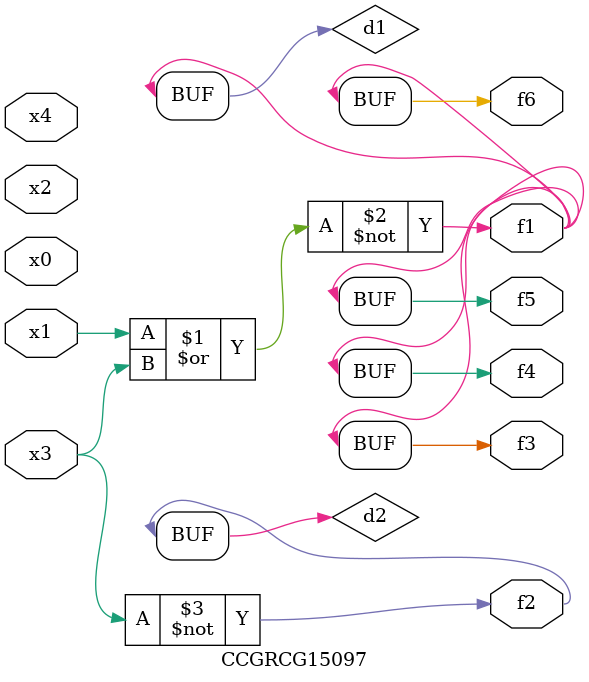
<source format=v>
module CCGRCG15097(
	input x0, x1, x2, x3, x4,
	output f1, f2, f3, f4, f5, f6
);

	wire d1, d2;

	nor (d1, x1, x3);
	not (d2, x3);
	assign f1 = d1;
	assign f2 = d2;
	assign f3 = d1;
	assign f4 = d1;
	assign f5 = d1;
	assign f6 = d1;
endmodule

</source>
